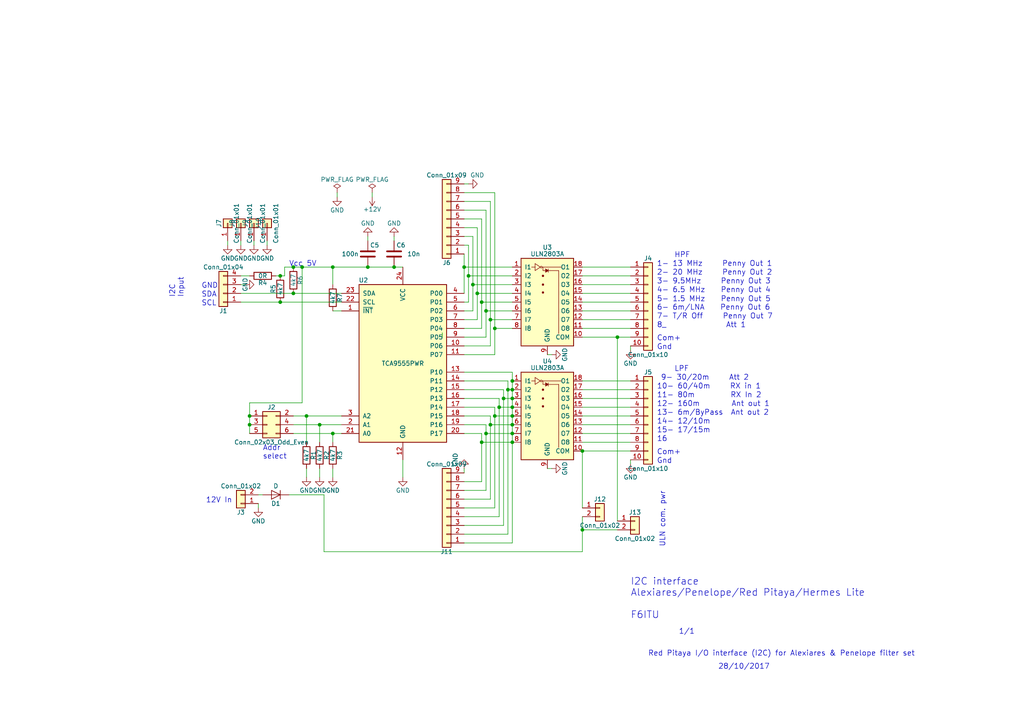
<source format=kicad_sch>
(kicad_sch (version 20230121) (generator eeschema)
  (paper "A4")
  (lib_symbols
    (symbol "Alexi2c-rescue:+12V" (power) (pin_names (offset 0))
      (property "Value" "+12V" (at 0 3.556 0))
      (symbol "+12V_0_1"
        (polyline (pts (xy -0.762 1.27) (xy 0 2.54)))
        (polyline (pts (xy 0 0) (xy 0 2.54)))
        (polyline (pts (xy 0 2.54) (xy 0.762 1.27)))
      )
      (symbol "+12V_1_1"
        (pin power_in line (at 0 0 90) (length 0) hide (name "+12V") (number "1"))
      )
    )
    (symbol "Alexi2c-rescue:C" (pin_numbers hide) (pin_names (offset 0.254))
      (property "Reference" "C" (at 0.635 2.54 0))
      (property "Value" "C" (at 0.635 -2.54 0))
      (symbol "C_0_1"
        (polyline (pts (xy -2.032 -0.762) (xy 2.032 -0.762)) (stroke (width 0.508)))
        (polyline (pts (xy -2.032 0.762) (xy 2.032 0.762)) (stroke (width 0.508)))
      )
      (symbol "C_1_1"
        (pin passive line (at 0 3.81 270) (length 2.794) (name "~") (number "1"))
        (pin passive line (at 0 -3.81 90) (length 2.794) (name "~") (number "2"))
      )
    )
    (symbol "Alexi2c-rescue:Conn_01x01" (pin_names (offset 1.016) hide)
      (property "Reference" "J" (at 0 2.54 0))
      (property "Value" "Conn_01x01" (at 0 -2.54 0))
      (symbol "Conn_01x01_1_1"
        (rectangle (start -1.27 0.127) (end 0 -0.127) (stroke (width 0.1524)))
        (rectangle (start -1.27 1.27) (end 1.27 -1.27) (stroke (width 0.254)) (fill (type background)))
        (pin passive line (at -5.08 0 0) (length 3.81) (name "Pin_1") (number "1"))
      )
    )
    (symbol "Alexi2c-rescue:Conn_01x02" (pin_names (offset 1.016) hide)
      (property "Reference" "J" (at 0 2.54 0))
      (property "Value" "Conn_01x02" (at 0 -5.08 0))
      (symbol "Conn_01x02_1_1"
        (rectangle (start -1.27 -2.413) (end 0 -2.667) (stroke (width 0.1524)))
        (rectangle (start -1.27 0.127) (end 0 -0.127) (stroke (width 0.1524)))
        (rectangle (start -1.27 1.27) (end 1.27 -3.81) (stroke (width 0.254)) (fill (type background)))
        (pin passive line (at -5.08 0 0) (length 3.81) (name "Pin_1") (number "1"))
        (pin passive line (at -5.08 -2.54 0) (length 3.81) (name "Pin_2") (number "2"))
      )
    )
    (symbol "Alexi2c-rescue:Conn_01x04" (pin_names (offset 1.016) hide)
      (property "Reference" "J" (at 0 5.08 0))
      (property "Value" "Conn_01x04" (at 0 -7.62 0))
      (symbol "Conn_01x04_1_1"
        (rectangle (start -1.27 -4.953) (end 0 -5.207) (stroke (width 0.1524)))
        (rectangle (start -1.27 -2.413) (end 0 -2.667) (stroke (width 0.1524)))
        (rectangle (start -1.27 0.127) (end 0 -0.127) (stroke (width 0.1524)))
        (rectangle (start -1.27 2.667) (end 0 2.413) (stroke (width 0.1524)))
        (rectangle (start -1.27 3.81) (end 1.27 -6.35) (stroke (width 0.254)) (fill (type background)))
        (pin passive line (at -5.08 2.54 0) (length 3.81) (name "Pin_1") (number "1"))
        (pin passive line (at -5.08 0 0) (length 3.81) (name "Pin_2") (number "2"))
        (pin passive line (at -5.08 -2.54 0) (length 3.81) (name "Pin_3") (number "3"))
        (pin passive line (at -5.08 -5.08 0) (length 3.81) (name "Pin_4") (number "4"))
      )
    )
    (symbol "Alexi2c-rescue:Conn_01x09" (pin_names (offset 1.016) hide)
      (property "Reference" "J" (at 0 12.7 0))
      (property "Value" "Conn_01x09" (at 0 -12.7 0))
      (symbol "Conn_01x09_1_1"
        (rectangle (start -1.27 -10.033) (end 0 -10.287) (stroke (width 0.1524)))
        (rectangle (start -1.27 -7.493) (end 0 -7.747) (stroke (width 0.1524)))
        (rectangle (start -1.27 -4.953) (end 0 -5.207) (stroke (width 0.1524)))
        (rectangle (start -1.27 -2.413) (end 0 -2.667) (stroke (width 0.1524)))
        (rectangle (start -1.27 0.127) (end 0 -0.127) (stroke (width 0.1524)))
        (rectangle (start -1.27 2.667) (end 0 2.413) (stroke (width 0.1524)))
        (rectangle (start -1.27 5.207) (end 0 4.953) (stroke (width 0.1524)))
        (rectangle (start -1.27 7.747) (end 0 7.493) (stroke (width 0.1524)))
        (rectangle (start -1.27 10.287) (end 0 10.033) (stroke (width 0.1524)))
        (rectangle (start -1.27 11.43) (end 1.27 -11.43) (stroke (width 0.254)) (fill (type background)))
        (pin passive line (at -5.08 10.16 0) (length 3.81) (name "Pin_1") (number "1"))
        (pin passive line (at -5.08 7.62 0) (length 3.81) (name "Pin_2") (number "2"))
        (pin passive line (at -5.08 5.08 0) (length 3.81) (name "Pin_3") (number "3"))
        (pin passive line (at -5.08 2.54 0) (length 3.81) (name "Pin_4") (number "4"))
        (pin passive line (at -5.08 0 0) (length 3.81) (name "Pin_5") (number "5"))
        (pin passive line (at -5.08 -2.54 0) (length 3.81) (name "Pin_6") (number "6"))
        (pin passive line (at -5.08 -5.08 0) (length 3.81) (name "Pin_7") (number "7"))
        (pin passive line (at -5.08 -7.62 0) (length 3.81) (name "Pin_8") (number "8"))
        (pin passive line (at -5.08 -10.16 0) (length 3.81) (name "Pin_9") (number "9"))
      )
    )
    (symbol "Alexi2c-rescue:Conn_01x10" (pin_names (offset 1.016) hide)
      (property "Reference" "J" (at 0 12.7 0))
      (property "Value" "Conn_01x10" (at 0 -15.24 0))
      (symbol "Conn_01x10_1_1"
        (rectangle (start -1.27 -12.573) (end 0 -12.827) (stroke (width 0.1524)))
        (rectangle (start -1.27 -10.033) (end 0 -10.287) (stroke (width 0.1524)))
        (rectangle (start -1.27 -7.493) (end 0 -7.747) (stroke (width 0.1524)))
        (rectangle (start -1.27 -4.953) (end 0 -5.207) (stroke (width 0.1524)))
        (rectangle (start -1.27 -2.413) (end 0 -2.667) (stroke (width 0.1524)))
        (rectangle (start -1.27 0.127) (end 0 -0.127) (stroke (width 0.1524)))
        (rectangle (start -1.27 2.667) (end 0 2.413) (stroke (width 0.1524)))
        (rectangle (start -1.27 5.207) (end 0 4.953) (stroke (width 0.1524)))
        (rectangle (start -1.27 7.747) (end 0 7.493) (stroke (width 0.1524)))
        (rectangle (start -1.27 10.287) (end 0 10.033) (stroke (width 0.1524)))
        (rectangle (start -1.27 11.43) (end 1.27 -13.97) (stroke (width 0.254)) (fill (type background)))
        (pin passive line (at -5.08 10.16 0) (length 3.81) (name "Pin_1") (number "1"))
        (pin passive line (at -5.08 -12.7 0) (length 3.81) (name "Pin_10") (number "10"))
        (pin passive line (at -5.08 7.62 0) (length 3.81) (name "Pin_2") (number "2"))
        (pin passive line (at -5.08 5.08 0) (length 3.81) (name "Pin_3") (number "3"))
        (pin passive line (at -5.08 2.54 0) (length 3.81) (name "Pin_4") (number "4"))
        (pin passive line (at -5.08 0 0) (length 3.81) (name "Pin_5") (number "5"))
        (pin passive line (at -5.08 -2.54 0) (length 3.81) (name "Pin_6") (number "6"))
        (pin passive line (at -5.08 -5.08 0) (length 3.81) (name "Pin_7") (number "7"))
        (pin passive line (at -5.08 -7.62 0) (length 3.81) (name "Pin_8") (number "8"))
        (pin passive line (at -5.08 -10.16 0) (length 3.81) (name "Pin_9") (number "9"))
      )
    )
    (symbol "Alexi2c-rescue:Conn_02x03_Odd_Even" (pin_names (offset 1.016) hide)
      (property "Reference" "J" (at 1.27 5.08 0))
      (property "Value" "Conn_02x03_Odd_Even" (at 1.27 -5.08 0))
      (symbol "Conn_02x03_Odd_Even_1_1"
        (rectangle (start -1.27 -2.413) (end 0 -2.667) (stroke (width 0.1524)))
        (rectangle (start -1.27 0.127) (end 0 -0.127) (stroke (width 0.1524)))
        (rectangle (start -1.27 2.667) (end 0 2.413) (stroke (width 0.1524)))
        (rectangle (start -1.27 3.81) (end 3.81 -3.81) (stroke (width 0.254)) (fill (type background)))
        (rectangle (start 3.81 -2.413) (end 2.54 -2.667) (stroke (width 0.1524)))
        (rectangle (start 3.81 0.127) (end 2.54 -0.127) (stroke (width 0.1524)))
        (rectangle (start 3.81 2.667) (end 2.54 2.413) (stroke (width 0.1524)))
        (pin passive line (at -5.08 2.54 0) (length 3.81) (name "Pin_1") (number "1"))
        (pin passive line (at 7.62 2.54 180) (length 3.81) (name "Pin_2") (number "2"))
        (pin passive line (at -5.08 0 0) (length 3.81) (name "Pin_3") (number "3"))
        (pin passive line (at 7.62 0 180) (length 3.81) (name "Pin_4") (number "4"))
        (pin passive line (at -5.08 -2.54 0) (length 3.81) (name "Pin_5") (number "5"))
        (pin passive line (at 7.62 -2.54 180) (length 3.81) (name "Pin_6") (number "6"))
      )
    )
    (symbol "Alexi2c-rescue:D" (pin_numbers hide) (pin_names (offset 1.016) hide)
      (property "Reference" "D" (at 0 2.54 0))
      (property "Value" "D" (at 0 -2.54 0))
      (symbol "D_0_1"
        (polyline (pts (xy -1.27 1.27) (xy -1.27 -1.27)) (stroke (width 0.2032)))
        (polyline (pts (xy 1.27 0) (xy -1.27 0)))
        (polyline (pts (xy 1.27 1.27) (xy 1.27 -1.27) (xy -1.27 0) (xy 1.27 1.27)) (stroke (width 0.2032)))
      )
      (symbol "D_1_1"
        (pin passive line (at -3.81 0 0) (length 2.54) (name "K") (number "1"))
        (pin passive line (at 3.81 0 180) (length 2.54) (name "A") (number "2"))
      )
    )
    (symbol "Alexi2c-rescue:GND" (power) (pin_names (offset 0))
      (property "Value" "GND" (at 0 -3.81 0))
      (symbol "GND_0_1"
        (polyline (pts (xy 0 0) (xy 0 -1.27) (xy 1.27 -1.27) (xy 0 -2.54) (xy -1.27 -1.27) (xy 0 -1.27)))
      )
      (symbol "GND_1_1"
        (pin power_in line (at 0 0 270) (length 0) hide (name "GND") (number "1"))
      )
    )
    (symbol "Alexi2c-rescue:PWR_FLAG" (power) (pin_numbers hide) (pin_names (offset 0) hide)
      (property "Value" "PWR_FLAG" (at 0 3.81 0))
      (symbol "PWR_FLAG_0_0"
        (pin power_out line (at 0 0 90) (length 0) (name "pwr") (number "1"))
      )
      (symbol "PWR_FLAG_0_1"
        (polyline (pts (xy 0 0) (xy 0 1.27) (xy -1.016 1.905) (xy 0 2.54) (xy 1.016 1.905) (xy 0 1.27)))
      )
    )
    (symbol "Alexi2c-rescue:R" (pin_numbers hide) (pin_names (offset 0))
      (property "Reference" "R" (at 2.032 0 90))
      (property "Value" "R" (at 0 0 90))
      (symbol "R_0_1"
        (rectangle (start -1.016 -2.54) (end 1.016 2.54) (stroke (width 0.254)))
      )
      (symbol "R_1_1"
        (pin passive line (at 0 3.81 270) (length 1.27) (name "~") (number "1"))
        (pin passive line (at 0 -3.81 90) (length 1.27) (name "~") (number "2"))
      )
    )
    (symbol "Alexi2c-rescue:TCA9555PWR" (pin_names (offset 1.016))
      (property "Reference" "U" (at -11.43 24.13 0))
      (property "Value" "TCA9555PWR" (at 0 0 0))
      (symbol "TCA9555PWR_0_1"
        (rectangle (start -12.7 22.86) (end 12.7 -22.86) (stroke (width 0.254)) (fill (type background)))
      )
      (symbol "TCA9555PWR_1_1"
        (pin open_collector line (at -17.78 15.24 0) (length 5.08) (name "~{INT}") (number "1"))
        (pin bidirectional line (at 17.78 5.08 180) (length 5.08) (name "P06") (number "10"))
        (pin bidirectional line (at 17.78 2.54 180) (length 5.08) (name "P07") (number "11"))
        (pin power_in line (at 0 -27.94 90) (length 5.08) (name "GND") (number "12"))
        (pin bidirectional line (at 17.78 -2.54 180) (length 5.08) (name "P10") (number "13"))
        (pin bidirectional line (at 17.78 -5.08 180) (length 5.08) (name "P11") (number "14"))
        (pin bidirectional line (at 17.78 -7.62 180) (length 5.08) (name "P12") (number "15"))
        (pin bidirectional line (at 17.78 -10.16 180) (length 5.08) (name "P13") (number "16"))
        (pin bidirectional line (at 17.78 -12.7 180) (length 5.08) (name "P14") (number "17"))
        (pin bidirectional line (at 17.78 -15.24 180) (length 5.08) (name "P15") (number "18"))
        (pin bidirectional line (at 17.78 -17.78 180) (length 5.08) (name "P16") (number "19"))
        (pin input line (at -17.78 -17.78 0) (length 5.08) (name "A1") (number "2"))
        (pin bidirectional line (at 17.78 -20.32 180) (length 5.08) (name "P17") (number "20"))
        (pin input line (at -17.78 -20.32 0) (length 5.08) (name "A0") (number "21"))
        (pin input line (at -17.78 17.78 0) (length 5.08) (name "SCL") (number "22"))
        (pin bidirectional line (at -17.78 20.32 0) (length 5.08) (name "SDA") (number "23"))
        (pin power_in line (at 0 27.94 270) (length 5.08) (name "VCC") (number "24"))
        (pin input line (at -17.78 -15.24 0) (length 5.08) (name "A2") (number "3"))
        (pin bidirectional line (at 17.78 20.32 180) (length 5.08) (name "P00") (number "4"))
        (pin bidirectional line (at 17.78 17.78 180) (length 5.08) (name "P01") (number "5"))
        (pin bidirectional line (at 17.78 15.24 180) (length 5.08) (name "P02") (number "6"))
        (pin bidirectional line (at 17.78 12.7 180) (length 5.08) (name "P03") (number "7"))
        (pin bidirectional line (at 17.78 10.16 180) (length 5.08) (name "P04") (number "8"))
        (pin bidirectional line (at 17.78 7.62 180) (length 5.08) (name "P05") (number "9"))
      )
    )
    (symbol "Alexi2c-rescue:ULN2803A" (pin_names (offset 1.016))
      (property "Reference" "U" (at 0 13.335 0))
      (property "Value" "ULN2803A" (at 0 11.43 0))
      (symbol "ULN2803A_0_1"
        (rectangle (start -7.62 -15.24) (end 7.62 10.16) (stroke (width 0.254)) (fill (type background)))
        (circle (center -1.778 7.62) (radius 0.254))
        (circle (center -1.27 0.254) (radius 0.254) (fill (type outline)))
        (circle (center -1.27 2.54) (radius 0.254) (fill (type outline)))
        (circle (center -1.27 5.08) (radius 0.254) (fill (type outline)))
        (polyline (pts (xy -4.572 7.62) (xy -3.556 7.62)))
        (polyline (pts (xy -1.524 7.62) (xy 4.064 7.62)))
        (polyline (pts (xy 0.254 7.112) (xy 0.254 6.096)))
        (polyline (pts (xy 3.302 6.604) (xy 3.302 -11.684)))
        (polyline (pts (xy -1.27 7.62) (xy -1.27 6.604) (xy 3.302 6.604)))
        (polyline (pts (xy -3.556 8.636) (xy -3.556 6.604) (xy -2.032 7.62) (xy -3.556 8.636)))
        (polyline (pts (xy -0.508 7.112) (xy -0.508 6.096) (xy 0.254 6.604) (xy -0.508 7.112)) (fill (type outline)))
      )
      (symbol "ULN2803A_1_1"
        (pin input line (at -10.16 7.62 0) (length 2.54) (name "I1") (number "1"))
        (pin passive line (at 10.16 -12.7 180) (length 2.54) (name "COM") (number "10"))
        (pin open_collector line (at 10.16 -10.16 180) (length 2.54) (name "O8") (number "11"))
        (pin open_collector line (at 10.16 -7.62 180) (length 2.54) (name "O7") (number "12"))
        (pin open_collector line (at 10.16 -5.08 180) (length 2.54) (name "O6") (number "13"))
        (pin open_collector line (at 10.16 -2.54 180) (length 2.54) (name "O5") (number "14"))
        (pin open_collector line (at 10.16 0 180) (length 2.54) (name "O4") (number "15"))
        (pin open_collector line (at 10.16 2.54 180) (length 2.54) (name "O3") (number "16"))
        (pin open_collector line (at 10.16 5.08 180) (length 2.54) (name "O2") (number "17"))
        (pin open_collector line (at 10.16 7.62 180) (length 2.54) (name "O1") (number "18"))
        (pin input line (at -10.16 5.08 0) (length 2.54) (name "I2") (number "2"))
        (pin input line (at -10.16 2.54 0) (length 2.54) (name "I3") (number "3"))
        (pin input line (at -10.16 0 0) (length 2.54) (name "I4") (number "4"))
        (pin input line (at -10.16 -2.54 0) (length 2.54) (name "I5") (number "5"))
        (pin input line (at -10.16 -5.08 0) (length 2.54) (name "I6") (number "6"))
        (pin input line (at -10.16 -7.62 0) (length 2.54) (name "I7") (number "7"))
        (pin input line (at -10.16 -10.16 0) (length 2.54) (name "I8") (number "8"))
        (pin power_in line (at 0 -17.78 90) (length 2.54) (name "GND") (number "9"))
      )
    )
  )
  (junction (at 148.59 123.19))
  (junction (at 148.59 125.73))
  (junction (at 134.62 77.47))
  (junction (at 148.59 115.57))
  (junction (at 72.39 123.19))
  (junction (at 135.89 80.01))
  (junction (at 137.16 82.55))
  (junction (at 139.7 128.27))
  (junction (at 96.52 125.73))
  (junction (at 146.05 115.57))
  (junction (at 148.59 110.49))
  (junction (at 72.39 120.65))
  (junction (at 81.28 87.63))
  (junction (at 148.59 113.03))
  (junction (at 92.71 123.19))
  (junction (at 148.59 120.65))
  (junction (at 179.07 97.79))
  (junction (at 85.09 85.09))
  (junction (at 168.91 153.67))
  (junction (at 96.52 77.47))
  (junction (at 144.78 118.11))
  (junction (at 140.97 125.73))
  (junction (at 88.9 120.65))
  (junction (at 106.68 77.47))
  (junction (at 85.09 77.47))
  (junction (at 140.97 90.17))
  (junction (at 147.32 113.03))
  (junction (at 168.91 130.81))
  (junction (at 139.7 87.63))
  (junction (at 148.59 118.11))
  (junction (at 142.24 123.19))
  (junction (at 81.28 80.01))
  (junction (at 138.43 85.09))
  (junction (at 87.63 77.47))
  (junction (at 143.51 95.25))
  (junction (at 143.51 120.65))
  (junction (at 148.59 128.27))
  (junction (at 114.3 77.47))
  (junction (at 142.24 92.71))
  (wire (pts (xy 182.88 115.57) (xy 168.91 115.57)))
  (wire (pts (xy 143.51 118.11) (xy 134.62 118.11)))
  (wire (pts (xy 139.7 128.27) (xy 139.7 139.7)))
  (wire (pts (xy 182.88 118.11) (xy 168.91 118.11)))
  (wire (pts (xy 182.88 113.03) (xy 168.91 113.03)))
  (wire (pts (xy 139.7 128.27) (xy 148.59 128.27)))
  (wire (pts (xy 148.59 87.63) (xy 139.7 87.63)))
  (wire (pts (xy 73.66 69.85) (xy 73.66 71.12)))
  (wire (pts (xy 168.91 160.02) (xy 93.98 160.02)))
  (wire (pts (xy 92.71 123.19) (xy 99.06 123.19)))
  (wire (pts (xy 140.97 125.73) (xy 148.59 125.73)))
  (wire (pts (xy 87.63 116.84) (xy 72.39 116.84)))
  (wire (pts (xy 182.88 82.55) (xy 168.91 82.55)))
  (wire (pts (xy 87.63 77.47) (xy 96.52 77.47)))
  (wire (pts (xy 134.62 77.47) (xy 134.62 85.09)))
  (wire (pts (xy 168.91 130.81) (xy 182.88 130.81)))
  (wire (pts (xy 82.55 77.47) (xy 82.55 80.01)))
  (wire (pts (xy 147.32 113.03) (xy 147.32 154.94)))
  (wire (pts (xy 148.59 113.03) (xy 148.59 115.57)))
  (wire (pts (xy 99.06 90.17) (xy 96.52 90.17)))
  (wire (pts (xy 139.7 125.73) (xy 134.62 125.73)))
  (wire (pts (xy 146.05 113.03) (xy 146.05 115.57)))
  (wire (pts (xy 146.05 115.57) (xy 148.59 115.57)))
  (wire (pts (xy 139.7 95.25) (xy 134.62 95.25)))
  (wire (pts (xy 74.93 143.51) (xy 76.2 143.51)))
  (wire (pts (xy 140.97 123.19) (xy 134.62 123.19)))
  (wire (pts (xy 140.97 90.17) (xy 140.97 97.79)))
  (wire (pts (xy 148.59 77.47) (xy 134.62 77.47)))
  (wire (pts (xy 182.88 100.33) (xy 182.88 101.6)))
  (wire (pts (xy 179.07 151.13) (xy 179.07 97.79)))
  (wire (pts (xy 146.05 113.03) (xy 134.62 113.03)))
  (wire (pts (xy 148.59 120.65) (xy 148.59 123.19)))
  (wire (pts (xy 160.02 102.87) (xy 158.75 102.87)))
  (wire (pts (xy 140.97 142.24) (xy 134.62 142.24)))
  (wire (pts (xy 93.98 160.02) (xy 93.98 143.51)))
  (wire (pts (xy 142.24 123.19) (xy 148.59 123.19)))
  (wire (pts (xy 160.02 135.89) (xy 158.75 135.89)))
  (wire (pts (xy 142.24 92.71) (xy 142.24 100.33)))
  (wire (pts (xy 168.91 147.32) (xy 168.91 130.81)))
  (wire (pts (xy 179.07 97.79) (xy 182.88 97.79)))
  (wire (pts (xy 135.89 87.63) (xy 134.62 87.63)))
  (wire (pts (xy 134.62 73.66) (xy 134.62 77.47)))
  (wire (pts (xy 134.62 58.42) (xy 142.24 58.42)))
  (wire (pts (xy 182.88 85.09) (xy 168.91 85.09)))
  (wire (pts (xy 81.28 80.01) (xy 80.01 80.01)))
  (wire (pts (xy 148.59 107.95) (xy 148.59 110.49)))
  (wire (pts (xy 182.88 90.17) (xy 168.91 90.17)))
  (wire (pts (xy 135.89 71.12) (xy 135.89 80.01)))
  (wire (pts (xy 88.9 120.65) (xy 88.9 128.27)))
  (wire (pts (xy 134.62 66.04) (xy 138.43 66.04)))
  (wire (pts (xy 134.62 63.5) (xy 139.7 63.5)))
  (wire (pts (xy 96.52 125.73) (xy 96.52 128.27)))
  (wire (pts (xy 74.93 146.05) (xy 74.93 147.32)))
  (wire (pts (xy 85.09 85.09) (xy 99.06 85.09)))
  (wire (pts (xy 168.91 153.67) (xy 168.91 160.02)))
  (wire (pts (xy 168.91 97.79) (xy 179.07 97.79)))
  (wire (pts (xy 142.24 123.19) (xy 142.24 144.78)))
  (wire (pts (xy 148.59 125.73) (xy 148.59 128.27)))
  (wire (pts (xy 85.09 123.19) (xy 92.71 123.19)))
  (wire (pts (xy 96.52 77.47) (xy 106.68 77.47)))
  (wire (pts (xy 81.28 87.63) (xy 99.06 87.63)))
  (wire (pts (xy 143.51 118.11) (xy 143.51 120.65)))
  (wire (pts (xy 135.89 80.01) (xy 135.89 87.63)))
  (wire (pts (xy 128.27 96.52) (xy 128.27 97.79)))
  (wire (pts (xy 66.04 69.85) (xy 66.04 71.12)))
  (wire (pts (xy 148.59 92.71) (xy 142.24 92.71)))
  (wire (pts (xy 147.32 154.94) (xy 134.62 154.94)))
  (wire (pts (xy 85.09 77.47) (xy 87.63 77.47)))
  (wire (pts (xy 97.79 55.88) (xy 97.79 57.15)))
  (wire (pts (xy 147.32 110.49) (xy 147.32 113.03)))
  (wire (pts (xy 92.71 123.19) (xy 92.71 128.27)))
  (wire (pts (xy 182.88 125.73) (xy 168.91 125.73)))
  (wire (pts (xy 96.52 82.55) (xy 96.52 77.47)))
  (wire (pts (xy 96.52 125.73) (xy 99.06 125.73)))
  (wire (pts (xy 116.84 133.35) (xy 116.84 138.43)))
  (wire (pts (xy 142.24 144.78) (xy 134.62 144.78)))
  (wire (pts (xy 77.47 69.85) (xy 77.47 71.12)))
  (wire (pts (xy 69.85 85.09) (xy 85.09 85.09)))
  (wire (pts (xy 142.24 100.33) (xy 134.62 100.33)))
  (wire (pts (xy 148.59 110.49) (xy 148.59 113.03)))
  (wire (pts (xy 143.51 102.87) (xy 134.62 102.87)))
  (wire (pts (xy 138.43 66.04) (xy 138.43 85.09)))
  (wire (pts (xy 106.68 68.58) (xy 106.68 69.85)))
  (wire (pts (xy 148.59 90.17) (xy 140.97 90.17)))
  (wire (pts (xy 148.59 123.19) (xy 148.59 125.73)))
  (wire (pts (xy 143.51 120.65) (xy 148.59 120.65)))
  (wire (pts (xy 182.88 128.27) (xy 168.91 128.27)))
  (wire (pts (xy 148.59 118.11) (xy 148.59 120.65)))
  (wire (pts (xy 134.62 55.88) (xy 143.51 55.88)))
  (wire (pts (xy 72.39 123.19) (xy 72.39 125.73)))
  (wire (pts (xy 148.59 115.57) (xy 148.59 118.11)))
  (wire (pts (xy 82.55 77.47) (xy 85.09 77.47)))
  (wire (pts (xy 114.3 77.47) (xy 116.84 77.47)))
  (wire (pts (xy 114.3 68.58) (xy 114.3 69.85)))
  (wire (pts (xy 85.09 125.73) (xy 96.52 125.73)))
  (wire (pts (xy 139.7 87.63) (xy 139.7 95.25)))
  (wire (pts (xy 182.88 77.47) (xy 168.91 77.47)))
  (wire (pts (xy 107.95 55.88) (xy 107.95 57.15)))
  (wire (pts (xy 147.32 113.03) (xy 148.59 113.03)))
  (wire (pts (xy 69.85 87.63) (xy 81.28 87.63)))
  (wire (pts (xy 148.59 82.55) (xy 137.16 82.55)))
  (wire (pts (xy 168.91 153.67) (xy 179.07 153.67)))
  (wire (pts (xy 182.88 133.35) (xy 182.88 134.62)))
  (wire (pts (xy 142.24 120.65) (xy 142.24 123.19)))
  (wire (pts (xy 146.05 115.57) (xy 146.05 152.4)))
  (wire (pts (xy 182.88 80.01) (xy 168.91 80.01)))
  (wire (pts (xy 82.55 80.01) (xy 81.28 80.01)))
  (wire (pts (xy 135.89 71.12) (xy 134.62 71.12)))
  (wire (pts (xy 143.51 120.65) (xy 143.51 147.32)))
  (wire (pts (xy 85.09 120.65) (xy 88.9 120.65)))
  (wire (pts (xy 182.88 87.63) (xy 168.91 87.63)))
  (wire (pts (xy 140.97 97.79) (xy 134.62 97.79)))
  (wire (pts (xy 139.7 139.7) (xy 134.62 139.7)))
  (wire (pts (xy 182.88 92.71) (xy 168.91 92.71)))
  (wire (pts (xy 140.97 123.19) (xy 140.97 125.73)))
  (wire (pts (xy 148.59 85.09) (xy 138.43 85.09)))
  (wire (pts (xy 87.63 77.47) (xy 87.63 116.84)))
  (wire (pts (xy 137.16 82.55) (xy 137.16 90.17)))
  (wire (pts (xy 144.78 118.11) (xy 148.59 118.11)))
  (wire (pts (xy 138.43 85.09) (xy 138.43 92.71)))
  (wire (pts (xy 148.59 80.01) (xy 135.89 80.01)))
  (wire (pts (xy 182.88 110.49) (xy 168.91 110.49)))
  (wire (pts (xy 182.88 95.25) (xy 168.91 95.25)))
  (wire (pts (xy 146.05 152.4) (xy 134.62 152.4)))
  (wire (pts (xy 148.59 95.25) (xy 143.51 95.25)))
  (wire (pts (xy 88.9 120.65) (xy 99.06 120.65)))
  (wire (pts (xy 138.43 92.71) (xy 134.62 92.71)))
  (wire (pts (xy 137.16 90.17) (xy 134.62 90.17)))
  (wire (pts (xy 140.97 60.96) (xy 134.62 60.96)))
  (wire (pts (xy 137.16 68.58) (xy 137.16 82.55)))
  (wire (pts (xy 72.39 116.84) (xy 72.39 120.65)))
  (wire (pts (xy 182.88 120.65) (xy 168.91 120.65)))
  (wire (pts (xy 144.78 115.57) (xy 134.62 115.57)))
  (wire (pts (xy 148.59 128.27) (xy 148.59 157.48)))
  (wire (pts (xy 96.52 135.89) (xy 96.52 138.43)))
  (wire (pts (xy 139.7 125.73) (xy 139.7 128.27)))
  (wire (pts (xy 147.32 110.49) (xy 134.62 110.49)))
  (wire (pts (xy 142.24 58.42) (xy 142.24 92.71)))
  (wire (pts (xy 134.62 135.89) (xy 134.62 137.16)))
  (wire (pts (xy 144.78 115.57) (xy 144.78 118.11)))
  (wire (pts (xy 72.39 80.01) (xy 69.85 80.01)))
  (wire (pts (xy 72.39 120.65) (xy 72.39 123.19)))
  (wire (pts (xy 168.91 149.86) (xy 168.91 153.67)))
  (wire (pts (xy 139.7 63.5) (xy 139.7 87.63)))
  (wire (pts (xy 144.78 149.86) (xy 134.62 149.86)))
  (wire (pts (xy 143.51 95.25) (xy 143.51 102.87)))
  (wire (pts (xy 71.12 82.55) (xy 69.85 82.55)))
  (wire (pts (xy 143.51 147.32) (xy 134.62 147.32)))
  (wire (pts (xy 144.78 118.11) (xy 144.78 149.86)))
  (wire (pts (xy 140.97 60.96) (xy 140.97 90.17)))
  (wire (pts (xy 88.9 135.89) (xy 88.9 138.43)))
  (wire (pts (xy 134.62 68.58) (xy 137.16 68.58)))
  (wire (pts (xy 92.71 135.89) (xy 92.71 138.43)))
  (wire (pts (xy 135.89 53.34) (xy 134.62 53.34)))
  (wire (pts (xy 142.24 120.65) (xy 134.62 120.65)))
  (wire (pts (xy 182.88 123.19) (xy 168.91 123.19)))
  (wire (pts (xy 148.59 157.48) (xy 134.62 157.48)))
  (wire (pts (xy 69.85 69.85) (xy 69.85 71.12)))
  (wire (pts (xy 143.51 55.88) (xy 143.51 95.25)))
  (wire (pts (xy 106.68 77.47) (xy 114.3 77.47)))
  (wire (pts (xy 148.59 107.95) (xy 134.62 107.95)))
  (wire (pts (xy 93.98 143.51) (xy 83.82 143.51)))
  (wire (pts (xy 140.97 125.73) (xy 140.97 142.24)))
  (text " 9- 30/20m     Att 2" (at 190.5 110.49 0) (effects (font (size 1.524 1.524)) (justify left bottom)))
  (text "1- 13 MHz     Penny Out 1\n" (at 190.5 77.47 0) (effects (font (size 1.524 1.524)) (justify left bottom)))
  (text "5- 1.5 MHz    Penny Out 5\n " (at 190.5 90.17 0) (effects (font (size 1.524 1.524)) (justify left bottom)))
  (text "SCL\n" (at 58.42 88.9 0) (effects (font (size 1.524 1.524)) (justify left bottom)))
  (text "6- 6m/LNA    Penny Out 6" (at 190.5 90.17 0) (effects (font (size 1.524 1.524)) (justify left bottom)))
  (text "14- 12/10m" (at 190.5 123.19 0) (effects (font (size 1.524 1.524)) (justify left bottom)))
  (text "28/10/2017" (at 208.28 194.31 0) (effects (font (size 1.524 1.524)) (justify left bottom)))
  (text "15- 17/15m" (at 190.5 125.73 0) (effects (font (size 1.524 1.524)) (justify left bottom)))
  (text "HPF" (at 195.58 74.93 0) (effects (font (size 1.524 1.524)) (justify left bottom)))
  (text "Vcc 5V" (at 83.82 77.47 0) (effects (font (size 1.524 1.524)) (justify left bottom)))
  (text "4- 6.5 MHz    Penny Out 4" (at 190.5 85.09 0) (effects (font (size 1.524 1.524)) (justify left bottom)))
  (text "10- 60/40m     RX in 1" (at 190.5 113.03 0) (effects (font (size 1.524 1.524)) (justify left bottom)))
  (text "SDA\n" (at 58.42 86.36 0) (effects (font (size 1.524 1.524)) (justify left bottom)))
  (text "13- 6m/ByPass  Ant out 2" (at 190.5 120.65 0) (effects (font (size 1.524 1.524)) (justify left bottom)))
  (text "11- 80m         RX In 2" (at 190.5 115.57 0) (effects (font (size 1.524 1.524)) (justify left bottom)))
  (text "LPF" (at 195.58 107.95 0) (effects (font (size 1.524 1.524)) (justify left bottom)))
  (text "GND\n" (at 58.42 83.82 0) (effects (font (size 1.524 1.524)) (justify left bottom)))
  (text "7- T/R Off     Penny Out 7" (at 190.5 92.71 0) (effects (font (size 1.524 1.524)) (justify left bottom)))
  (text "Addr\nselect" (at 76.2 133.35 0) (effects (font (size 1.524 1.524)) (justify left bottom)))
  (text "16" (at 190.5 128.27 0) (effects (font (size 1.524 1.524)) (justify left bottom)))
  (text "Gnd\n" (at 190.5 101.6 0) (effects (font (size 1.524 1.524)) (justify left bottom)))
  (text "I2C interface \nAlexiares/Penelope/Red Pitaya/Hermes Lite\n\nF6ITU\n\n" (at 182.88 182.88 0) (effects (font (size 2.0066 2.0066)) (justify left bottom)))
  (text "Com+" (at 190.5 99.06 0) (effects (font (size 1.524 1.524)) (justify left bottom)))
  (text "I2C \nInput" (at 53.34 86.36 90) (effects (font (size 1.524 1.524)) (justify left bottom)))
  (text "12- 160m        Ant out 1" (at 190.5 118.11 0) (effects (font (size 1.524 1.524)) (justify left bottom)))
  (text "8_               Att 1" (at 190.5 95.25 0) (effects (font (size 1.524 1.524)) (justify left bottom)))
  (text "12V In" (at 59.69 146.05 0) (effects (font (size 1.524 1.524)) (justify left bottom)))
  (text "1/1" (at 196.85 184.15 0) (effects (font (size 1.524 1.524)) (justify left bottom)))
  (text "ULN com. pwr" (at 193.04 158.75 90) (effects (font (size 1.524 1.524)) (justify left bottom)))
  (text "Red Pitaya I/O interface (I2C) for Alexiares & Penelope filter set\n" (at 187.96 190.5 0) (effects (font (size 1.524 1.524)) (justify left bottom)))
  (text "Gnd\n" (at 190.5 134.62 0) (effects (font (size 1.524 1.524)) (justify left bottom)))
  (text "2- 20 MHz     Penny Out 2" (at 190.5 80.01 0) (effects (font (size 1.524 1.524)) (justify left bottom)))
  (text "Com+" (at 190.5 132.08 0) (effects (font (size 1.524 1.524)) (justify left bottom)))
  (text "3- 9.5MHz     Penny Out 3\n" (at 190.5 82.55 0) (effects (font (size 1.524 1.524)) (justify left bottom)))
  (symbol (lib_id "Alexi2c-rescue:TCA9555PWR") (at 116.84 105.41 0) (unit 1)
    (property "Reference" "U2" (at 105.41 81.28 0))
    (property "Value" "TCA9555PWR" (at 116.84 105.41 0))
    (property "Footprint" "Housings_SSOP:TSSOP-24_4.4x7.8mm_Pitch0.65mm" (effects hide))
  )
  (symbol (lib_id "Alexi2c-rescue:GND") (at 71.12 82.55 90) (unit 1)
    (property "Reference" "#PWR01" (effects hide))
    (property "Value" "GND" (at 71.12 82.55 0))
  )
  (symbol (lib_id "Alexi2c-rescue:R") (at 96.52 132.08 0) (unit 1)
    (property "Reference" "R3" (at 98.552 132.08 90))
    (property "Value" "4k7" (at 96.52 132.08 90))
    (property "Footprint" "Resistors_SMD:R_0805_HandSoldering" (effects hide))
  )
  (symbol (lib_id "Alexi2c-rescue:R") (at 92.71 132.08 0) (unit 1)
    (property "Reference" "R2" (at 94.742 132.08 90))
    (property "Value" "4k7" (at 92.71 132.08 90))
    (property "Footprint" "Resistors_SMD:R_0805_HandSoldering" (effects hide))
  )
  (symbol (lib_id "Alexi2c-rescue:R") (at 88.9 132.08 0) (unit 1)
    (property "Reference" "R1" (at 90.932 132.08 90))
    (property "Value" "4k7" (at 88.9 132.08 90))
    (property "Footprint" "Resistors_SMD:R_0805_HandSoldering" (effects hide))
  )
  (symbol (lib_id "Alexi2c-rescue:GND") (at 96.52 138.43 0) (unit 1)
    (property "Reference" "#PWR02" (effects hide))
    (property "Value" "GND" (at 96.52 142.24 0))
  )
  (symbol (lib_id "Alexi2c-rescue:GND") (at 92.71 138.43 0) (unit 1)
    (property "Reference" "#PWR03" (effects hide))
    (property "Value" "GND" (at 92.71 142.24 0))
  )
  (symbol (lib_id "Alexi2c-rescue:GND") (at 88.9 138.43 0) (unit 1)
    (property "Reference" "#PWR04" (effects hide))
    (property "Value" "GND" (at 88.9 142.24 0))
  )
  (symbol (lib_id "Alexi2c-rescue:GND") (at 116.84 138.43 0) (unit 1)
    (property "Reference" "#PWR05" (effects hide))
    (property "Value" "GND" (at 116.84 142.24 0))
  )
  (symbol (lib_id "Alexi2c-rescue:C") (at 106.68 73.66 0) (unit 1)
    (property "Reference" "C5" (at 107.315 71.12 0) (effects (justify left)))
    (property "Value" "100n" (at 99.06 73.66 0) (effects (justify left)))
    (property "Footprint" "Capacitors_SMD:C_0805_HandSoldering" (effects hide))
  )
  (symbol (lib_id "Alexi2c-rescue:GND") (at 106.68 68.58 180) (unit 1)
    (property "Reference" "#PWR06" (effects hide))
    (property "Value" "GND" (at 106.68 64.77 0))
  )
  (symbol (lib_id "Alexi2c-rescue:GND") (at 114.3 68.58 180) (unit 1)
    (property "Reference" "#PWR07" (effects hide))
    (property "Value" "GND" (at 114.3 64.77 0))
  )
  (symbol (lib_id "Alexi2c-rescue:ULN2803A") (at 158.75 85.09 0) (unit 1)
    (property "Reference" "U3" (at 158.75 71.755 0))
    (property "Value" "ULN2803A" (at 158.75 73.66 0))
    (property "Footprint" "Housings_SOIC:SOIC-18W_7.5x11.6mm_Pitch1.27mm" (effects hide))
  )
  (symbol (lib_id "Alexi2c-rescue:ULN2803A") (at 158.75 118.11 0) (unit 1)
    (property "Reference" "U4" (at 158.75 104.775 0))
    (property "Value" "ULN2803A" (at 158.75 106.68 0))
    (property "Footprint" "Housings_SOIC:SOIC-18W_7.5x11.6mm_Pitch1.27mm" (effects hide))
  )
  (symbol (lib_id "Alexi2c-rescue:GND") (at 160.02 102.87 90) (unit 1)
    (property "Reference" "#PWR08" (effects hide))
    (property "Value" "GND" (at 163.83 102.87 0))
  )
  (symbol (lib_id "Alexi2c-rescue:GND") (at 160.02 135.89 90) (unit 1)
    (property "Reference" "#PWR09" (effects hide))
    (property "Value" "GND" (at 163.83 135.89 0))
  )
  (symbol (lib_id "Alexi2c-rescue:Conn_01x10") (at 187.96 87.63 0) (unit 1)
    (property "Reference" "J4" (at 187.96 74.93 0))
    (property "Value" "Conn_01x10" (at 187.96 102.87 0))
    (property "Footprint" "conn_kk100:kk100_22-23-2101" (effects hide))
  )
  (symbol (lib_id "Alexi2c-rescue:Conn_01x10") (at 187.96 120.65 0) (unit 1)
    (property "Reference" "J5" (at 187.96 107.95 0))
    (property "Value" "Conn_01x10" (at 187.96 135.89 0))
    (property "Footprint" "conn_kk100:kk100_22-23-2101" (effects hide))
  )
  (symbol (lib_id "Alexi2c-rescue:GND") (at 182.88 101.6 0) (unit 1)
    (property "Reference" "#PWR010" (effects hide))
    (property "Value" "GND" (at 182.88 105.41 0))
  )
  (symbol (lib_id "Alexi2c-rescue:GND") (at 182.88 134.62 0) (unit 1)
    (property "Reference" "#PWR011" (effects hide))
    (property "Value" "GND" (at 182.88 138.43 0))
  )
  (symbol (lib_id "Alexi2c-rescue:Conn_01x02") (at 69.85 146.05 180) (unit 1)
    (property "Reference" "J3" (at 69.85 148.59 0))
    (property "Value" "Conn_01x02" (at 69.85 140.97 0))
    (property "Footprint" "conn_kk100:kk100_22-23-2021" (effects hide))
  )
  (symbol (lib_id "Alexi2c-rescue:GND") (at 74.93 147.32 0) (mirror y) (unit 1)
    (property "Reference" "#PWR012" (effects hide))
    (property "Value" "GND" (at 74.93 151.13 0))
  )
  (symbol (lib_id "Alexi2c-rescue:C") (at 114.3 73.66 0) (unit 1)
    (property "Reference" "C6" (at 114.935 71.12 0) (effects (justify left)))
    (property "Value" "10n" (at 118.11 73.66 0) (effects (justify left)))
    (property "Footprint" "Capacitors_SMD:C_0805_HandSoldering" (effects hide))
  )
  (symbol (lib_id "Alexi2c-rescue:GND") (at 135.89 53.34 90) (unit 1)
    (property "Reference" "#PWR013" (effects hide))
    (property "Value" "GND" (at 138.43 50.8 90))
  )
  (symbol (lib_id "Alexi2c-rescue:GND") (at 134.62 135.89 180) (unit 1)
    (property "Reference" "#PWR014" (effects hide))
    (property "Value" "GND" (at 132.08 133.35 90))
  )
  (symbol (lib_id "Alexi2c-rescue:Conn_01x01") (at 66.04 64.77 90) (unit 1)
    (property "Reference" "J7" (at 63.5 64.77 0))
    (property "Value" "Conn_01x01" (at 68.58 64.77 0))
    (property "Footprint" "Mounting_Holes:MountingHole_3.2mm_M3_ISO14580_Pad" (effects hide))
  )
  (symbol (lib_id "Alexi2c-rescue:Conn_01x01") (at 69.85 64.77 90) (unit 1)
    (property "Reference" "J8" (at 67.31 64.77 0))
    (property "Value" "Conn_01x01" (at 72.39 64.77 0))
    (property "Footprint" "Mounting_Holes:MountingHole_3.2mm_M3_ISO14580_Pad" (effects hide))
  )
  (symbol (lib_id "Alexi2c-rescue:Conn_01x01") (at 73.66 64.77 90) (unit 1)
    (property "Reference" "J9" (at 71.12 64.77 0))
    (property "Value" "Conn_01x01" (at 76.2 64.77 0))
    (property "Footprint" "Mounting_Holes:MountingHole_3.2mm_M3_ISO14580_Pad" (effects hide))
  )
  (symbol (lib_id "Alexi2c-rescue:Conn_01x01") (at 77.47 64.77 90) (unit 1)
    (property "Reference" "J10" (at 74.93 64.77 0))
    (property "Value" "Conn_01x01" (at 80.01 64.77 0))
    (property "Footprint" "Mounting_Holes:MountingHole_3.2mm_M3_ISO14580_Pad" (effects hide))
  )
  (symbol (lib_id "Alexi2c-rescue:GND") (at 66.04 71.12 0) (unit 1)
    (property "Reference" "#PWR015" (effects hide))
    (property "Value" "GND" (at 66.04 74.93 0))
  )
  (symbol (lib_id "Alexi2c-rescue:GND") (at 69.85 71.12 0) (unit 1)
    (property "Reference" "#PWR016" (effects hide))
    (property "Value" "GND" (at 69.85 74.93 0))
  )
  (symbol (lib_id "Alexi2c-rescue:GND") (at 73.66 71.12 0) (unit 1)
    (property "Reference" "#PWR017" (effects hide))
    (property "Value" "GND" (at 73.66 74.93 0))
  )
  (symbol (lib_id "Alexi2c-rescue:GND") (at 77.47 71.12 0) (unit 1)
    (property "Reference" "#PWR018" (effects hide))
    (property "Value" "GND" (at 77.47 74.93 0))
  )
  (symbol (lib_id "Alexi2c-rescue:Conn_01x09") (at 129.54 147.32 180) (unit 1)
    (property "Reference" "J11" (at 129.54 160.02 0))
    (property "Value" "Conn_01x09" (at 129.54 134.62 0))
    (property "Footprint" "conn_kk100:kk100_22-23-2091" (effects hide))
  )
  (symbol (lib_id "Alexi2c-rescue:Conn_01x09") (at 129.54 63.5 180) (unit 1)
    (property "Reference" "J6" (at 129.54 76.2 0))
    (property "Value" "Conn_01x09" (at 129.54 50.8 0))
    (property "Footprint" "conn_kk100:kk100_22-23-2091" (effects hide))
  )
  (symbol (lib_id "Alexi2c-rescue:Conn_01x02") (at 173.99 147.32 0) (unit 1)
    (property "Reference" "J12" (at 173.99 144.78 0))
    (property "Value" "Conn_01x02" (at 173.99 152.4 0))
    (property "Footprint" "Pin_Headers:Pin_Header_Straight_1x02_Pitch2.54mm" (effects hide))
  )
  (symbol (lib_id "Alexi2c-rescue:Conn_01x02") (at 184.15 151.13 0) (unit 1)
    (property "Reference" "J13" (at 184.15 148.59 0))
    (property "Value" "Conn_01x02" (at 184.15 156.21 0))
    (property "Footprint" "Pin_Headers:Pin_Header_Straight_1x02_Pitch2.54mm" (effects hide))
  )
  (symbol (lib_id "Alexi2c-rescue:GND") (at 97.79 57.15 0) (unit 1)
    (property "Reference" "#PWR019" (effects hide))
    (property "Value" "GND" (at 97.79 60.96 0))
  )
  (symbol (lib_id "Alexi2c-rescue:+12V") (at 107.95 57.15 180) (unit 1)
    (property "Reference" "#PWR020" (effects hide))
    (property "Value" "+12V" (at 107.95 60.706 0))
  )
  (symbol (lib_id "Alexi2c-rescue:PWR_FLAG") (at 97.79 55.88 0) (unit 1)
    (property "Reference" "#FLG021" (effects hide))
    (property "Value" "PWR_FLAG" (at 97.79 52.07 0))
  )
  (symbol (lib_id "Alexi2c-rescue:PWR_FLAG") (at 107.95 55.88 0) (unit 1)
    (property "Reference" "#FLG022" (effects hide))
    (property "Value" "PWR_FLAG" (at 107.95 52.07 0))
  )
  (symbol (lib_id "Alexi2c-rescue:Conn_01x04") (at 64.77 85.09 180) (unit 1)
    (property "Reference" "J1" (at 64.77 90.17 0))
    (property "Value" "Conn_01x04" (at 64.77 77.47 0))
    (property "Footprint" "conn_kk100:kk100_22-23-2041" (effects hide))
  )
  (symbol (lib_id "Alexi2c-rescue:Conn_02x03_Odd_Even") (at 77.47 123.19 0) (unit 1)
    (property "Reference" "J2" (at 78.74 118.11 0))
    (property "Value" "Conn_02x03_Odd_Even" (at 78.74 128.27 0))
    (property "Footprint" "Pin_Headers:Pin_Header_Straight_2x03_Pitch2.54mm" (effects hide))
  )
  (symbol (lib_id "Alexi2c-rescue:D") (at 80.01 143.51 180) (unit 1)
    (property "Reference" "D1" (at 80.01 146.05 0))
    (property "Value" "D" (at 80.01 140.97 0))
    (property "Footprint" "Diodes_SMD:D_2010" (effects hide))
  )
  (symbol (lib_id "Alexi2c-rescue:R") (at 76.2 80.01 270) (unit 1)
    (property "Reference" "R4" (at 76.2 82.042 90))
    (property "Value" "0R" (at 76.2 80.01 90))
    (property "Footprint" "Resistors_SMD:R_0805_HandSoldering" (effects hide))
  )
  (symbol (lib_id "Alexi2c-rescue:R") (at 81.28 83.82 180) (unit 1)
    (property "Reference" "R5" (at 79.248 83.82 90))
    (property "Value" "4k7" (at 81.28 83.82 90))
    (property "Footprint" "Resistors_SMD:R_0805_HandSoldering" (effects hide))
  )
  (symbol (lib_id "Alexi2c-rescue:R") (at 85.09 81.28 0) (unit 1)
    (property "Reference" "R6" (at 87.122 81.28 90))
    (property "Value" "4k7" (at 85.09 81.28 90))
    (property "Footprint" "Resistors_SMD:R_0805_HandSoldering" (effects hide))
  )
  (symbol (lib_id "Alexi2c-rescue:R") (at 96.52 86.36 0) (unit 1)
    (property "Reference" "R7" (at 98.552 86.36 90))
    (property "Value" "4k7" (at 96.52 86.36 90))
    (property "Footprint" "Resistors_SMD:R_0805_HandSoldering" (effects hide))
  )
)
</source>
